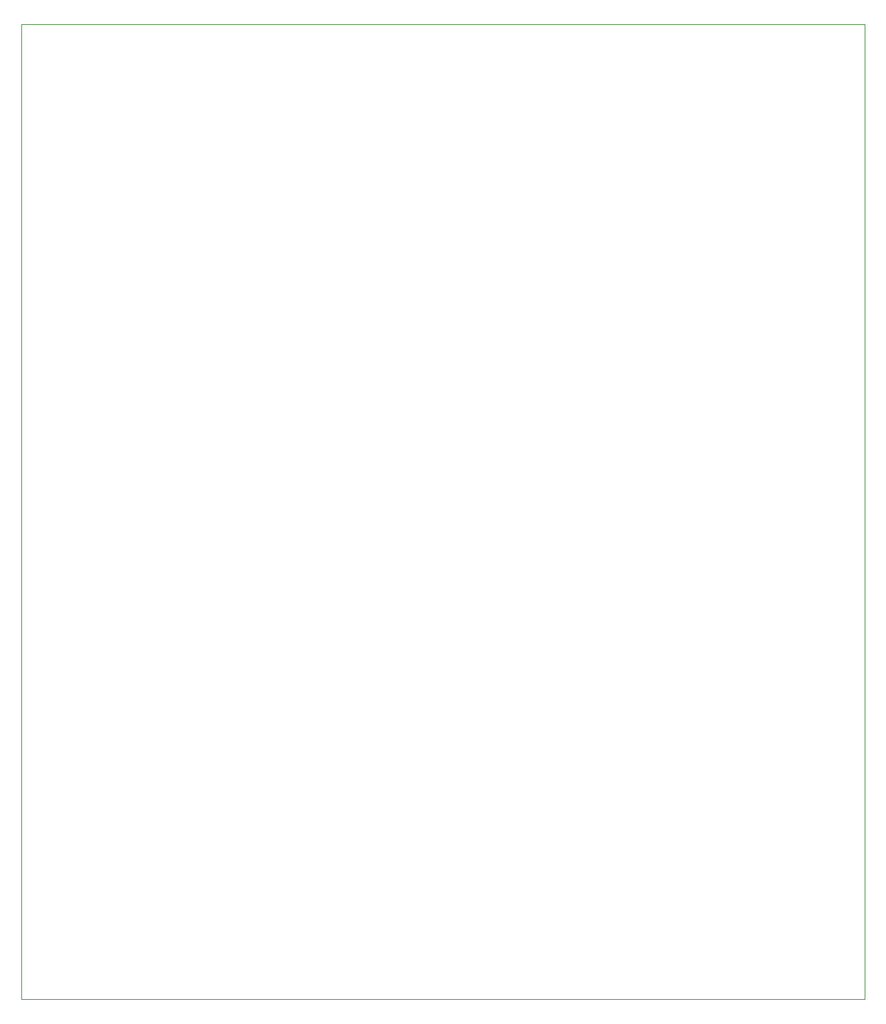
<source format=gbr>
%TF.GenerationSoftware,KiCad,Pcbnew,(5.1.12)-1*%
%TF.CreationDate,2023-10-31T12:09:21-05:00*%
%TF.ProjectId,Logiplant,4c6f6769-706c-4616-9e74-2e6b69636164,rev?*%
%TF.SameCoordinates,Original*%
%TF.FileFunction,Profile,NP*%
%FSLAX46Y46*%
G04 Gerber Fmt 4.6, Leading zero omitted, Abs format (unit mm)*
G04 Created by KiCad (PCBNEW (5.1.12)-1) date 2023-10-31 12:09:21*
%MOMM*%
%LPD*%
G01*
G04 APERTURE LIST*
%TA.AperFunction,Profile*%
%ADD10C,0.050000*%
%TD*%
G04 APERTURE END LIST*
D10*
X-32000000Y-75800000D02*
X-32000000Y-191800000D01*
X-132420000Y-75800000D02*
X-32000000Y-75800000D01*
X-132420000Y-191800000D02*
X-132420000Y-75800000D01*
X-32000000Y-191800000D02*
X-132420000Y-191800000D01*
M02*

</source>
